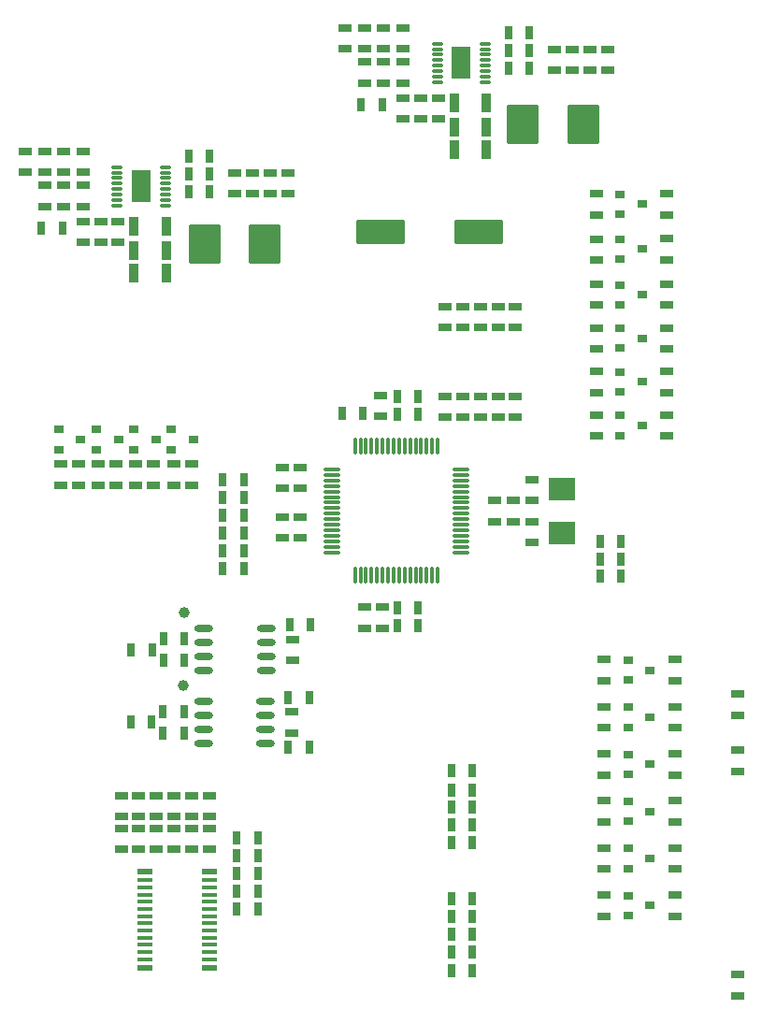
<source format=gbr>
%TF.GenerationSoftware,Altium Limited,Altium Designer,19.1.8 (144)*%
G04 Layer_Color=8421504*
%FSLAX45Y45*%
%MOMM*%
%TF.FileFunction,Paste,Top*%
%TF.Part,Single*%
G01*
G75*
%TA.AperFunction,SMDPad,CuDef*%
G04:AMPARAMS|DCode=10|XSize=4.4mm|YSize=2.2mm|CornerRadius=0.11mm|HoleSize=0mm|Usage=FLASHONLY|Rotation=0.000|XOffset=0mm|YOffset=0mm|HoleType=Round|Shape=RoundedRectangle|*
%AMROUNDEDRECTD10*
21,1,4.40000,1.98000,0,0,0.0*
21,1,4.18000,2.20000,0,0,0.0*
1,1,0.22000,2.09000,-0.99000*
1,1,0.22000,-2.09000,-0.99000*
1,1,0.22000,-2.09000,0.99000*
1,1,0.22000,2.09000,0.99000*
%
%ADD10ROUNDEDRECTD10*%
%ADD11R,1.30000X0.70000*%
%ADD12R,0.70000X1.30000*%
%ADD13O,1.14300X0.31750*%
G04:AMPARAMS|DCode=14|XSize=1.75mm|YSize=2.95mm|CornerRadius=0.0875mm|HoleSize=0mm|Usage=FLASHONLY|Rotation=0.000|XOffset=0mm|YOffset=0mm|HoleType=Round|Shape=RoundedRectangle|*
%AMROUNDEDRECTD14*
21,1,1.75000,2.77500,0,0,0.0*
21,1,1.57500,2.95000,0,0,0.0*
1,1,0.17500,0.78750,-1.38750*
1,1,0.17500,-0.78750,-1.38750*
1,1,0.17500,-0.78750,1.38750*
1,1,0.17500,0.78750,1.38750*
%
%ADD14ROUNDEDRECTD14*%
%ADD15R,0.90000X1.70000*%
G04:AMPARAMS|DCode=16|XSize=2.95mm|YSize=3.5mm|CornerRadius=0.1475mm|HoleSize=0mm|Usage=FLASHONLY|Rotation=180.000|XOffset=0mm|YOffset=0mm|HoleType=Round|Shape=RoundedRectangle|*
%AMROUNDEDRECTD16*
21,1,2.95000,3.20500,0,0,180.0*
21,1,2.65500,3.50000,0,0,180.0*
1,1,0.29500,-1.32750,1.60250*
1,1,0.29500,1.32750,1.60250*
1,1,0.29500,1.32750,-1.60250*
1,1,0.29500,-1.32750,-1.60250*
%
%ADD16ROUNDEDRECTD16*%
%ADD17C,1.00000*%
%ADD18R,0.90000X0.80000*%
%ADD19R,1.35000X0.60000*%
%ADD20R,1.35000X0.40000*%
%ADD21R,2.40000X2.00000*%
%ADD22O,1.65000X0.35000*%
%ADD23O,0.35000X1.65000*%
%ADD24O,1.70000X0.65000*%
D10*
X4537500Y7870000D02*
D03*
X3647500D02*
D03*
D11*
X6240000Y7397000D02*
D03*
Y7207000D02*
D03*
X5602500Y7397000D02*
D03*
Y7207000D02*
D03*
X955314Y7967433D02*
D03*
Y7777433D02*
D03*
X1115314Y7967433D02*
D03*
Y7777433D02*
D03*
X1272814D02*
D03*
Y7967433D02*
D03*
X955314Y8409934D02*
D03*
Y8599934D02*
D03*
X780314Y8409934D02*
D03*
Y8599934D02*
D03*
X610314Y8599934D02*
D03*
Y8409934D02*
D03*
X432814Y8599934D02*
D03*
Y8409934D02*
D03*
X610314Y8292434D02*
D03*
Y8102433D02*
D03*
X777814Y8102441D02*
D03*
Y8292441D02*
D03*
X955314Y8102441D02*
D03*
Y8292441D02*
D03*
X2810314Y8214933D02*
D03*
Y8404933D02*
D03*
X2650314Y8214933D02*
D03*
Y8404933D02*
D03*
X2490314D02*
D03*
Y8214933D02*
D03*
X2327814Y8404933D02*
D03*
Y8214933D02*
D03*
X5020000Y5247500D02*
D03*
Y5057500D02*
D03*
Y5437500D02*
D03*
Y5627500D02*
D03*
X4685000Y5437500D02*
D03*
Y5247500D02*
D03*
X4855000Y5437500D02*
D03*
Y5247500D02*
D03*
X6312500Y2292000D02*
D03*
Y2102000D02*
D03*
X5675001Y2292000D02*
D03*
Y2102000D02*
D03*
X1935000Y5577500D02*
D03*
Y5767500D02*
D03*
X1775000Y5577500D02*
D03*
Y5767500D02*
D03*
X1595000Y5577500D02*
D03*
Y5767500D02*
D03*
X1435000Y5577500D02*
D03*
Y5767500D02*
D03*
X1255279Y5577216D02*
D03*
Y5767216D02*
D03*
X1095279Y5577216D02*
D03*
Y5767216D02*
D03*
X915000Y5577500D02*
D03*
Y5767500D02*
D03*
X755000Y5577500D02*
D03*
Y5767500D02*
D03*
X5707500Y9332655D02*
D03*
Y9522655D02*
D03*
X5547500Y9332655D02*
D03*
Y9522655D02*
D03*
X5387500D02*
D03*
Y9332655D02*
D03*
X5225000Y9522655D02*
D03*
Y9332655D02*
D03*
X4170000Y8895155D02*
D03*
Y9085155D02*
D03*
X4012500D02*
D03*
Y8895155D02*
D03*
X3852500Y9085155D02*
D03*
Y8895155D02*
D03*
Y9527656D02*
D03*
Y9717656D02*
D03*
X3677500Y9527656D02*
D03*
Y9717656D02*
D03*
X3507500Y9717656D02*
D03*
Y9527656D02*
D03*
X3330000Y9717656D02*
D03*
Y9527656D02*
D03*
X3852500Y9220163D02*
D03*
Y9410163D02*
D03*
X3675000Y9220163D02*
D03*
Y9410163D02*
D03*
X3507500Y9410155D02*
D03*
Y9220155D02*
D03*
X1300001Y2472501D02*
D03*
Y2282500D02*
D03*
X6240000Y7002500D02*
D03*
Y6812499D02*
D03*
X5602500Y7002501D02*
D03*
Y6812500D02*
D03*
X6240000Y6212499D02*
D03*
Y6022499D02*
D03*
X5602500Y6212500D02*
D03*
Y6022500D02*
D03*
X6240000Y6608000D02*
D03*
Y6418000D02*
D03*
X5602500Y6608000D02*
D03*
Y6418000D02*
D03*
X6240000Y7809500D02*
D03*
Y7619500D02*
D03*
X5605000Y7804500D02*
D03*
Y7614500D02*
D03*
X6239999Y8216500D02*
D03*
Y8026500D02*
D03*
X5602500Y8216500D02*
D03*
Y8026500D02*
D03*
X1300001Y2765001D02*
D03*
Y2575000D02*
D03*
X1460001Y2282500D02*
D03*
Y2472501D02*
D03*
Y2765001D02*
D03*
Y2575000D02*
D03*
X1620001Y2282500D02*
D03*
Y2472501D02*
D03*
Y2765001D02*
D03*
Y2575000D02*
D03*
X1780001Y2282500D02*
D03*
Y2472501D02*
D03*
Y2765001D02*
D03*
Y2575000D02*
D03*
X1940001Y2282500D02*
D03*
Y2472501D02*
D03*
Y2765001D02*
D03*
Y2575000D02*
D03*
X2100000Y2282501D02*
D03*
Y2472501D02*
D03*
Y2765001D02*
D03*
Y2575001D02*
D03*
X3665000Y4282500D02*
D03*
Y4472501D02*
D03*
X3502500Y4472500D02*
D03*
Y4282500D02*
D03*
X3650000Y6200000D02*
D03*
Y6390000D02*
D03*
X2757500Y5100000D02*
D03*
Y5290000D02*
D03*
X2917500Y5100000D02*
D03*
Y5290000D02*
D03*
Y5740000D02*
D03*
Y5550000D02*
D03*
X2757500Y5740000D02*
D03*
Y5550000D02*
D03*
X6312500Y1865500D02*
D03*
Y1675500D02*
D03*
X5675001Y1865500D02*
D03*
Y1675500D02*
D03*
X6312500Y3571501D02*
D03*
Y3381500D02*
D03*
X5675000Y3571501D02*
D03*
Y3381500D02*
D03*
X6312500Y3998000D02*
D03*
Y3808000D02*
D03*
X5675000Y3998000D02*
D03*
Y3808000D02*
D03*
X6312500Y2718500D02*
D03*
Y2528500D02*
D03*
X5675000Y2718500D02*
D03*
Y2528500D02*
D03*
X6312500Y3145000D02*
D03*
Y2955000D02*
D03*
X5675000Y3145000D02*
D03*
Y2955000D02*
D03*
X4872500Y6190000D02*
D03*
Y6380000D02*
D03*
X4872179Y7005015D02*
D03*
Y7195015D02*
D03*
X4712500Y6190000D02*
D03*
Y6380000D02*
D03*
X4712180Y7005015D02*
D03*
Y7195015D02*
D03*
X4552500Y6190000D02*
D03*
Y6380000D02*
D03*
X4552180Y7005015D02*
D03*
Y7195015D02*
D03*
X4392500Y6190000D02*
D03*
Y6380000D02*
D03*
X4392180Y7005015D02*
D03*
Y7195015D02*
D03*
X4232500Y6190000D02*
D03*
Y6380000D02*
D03*
X4232180Y7005015D02*
D03*
Y7195015D02*
D03*
X6880000Y955000D02*
D03*
Y1145000D02*
D03*
Y3495000D02*
D03*
Y3685000D02*
D03*
Y2987000D02*
D03*
Y3177000D02*
D03*
X2842500Y3525000D02*
D03*
Y3335000D02*
D03*
X2857500Y4182501D02*
D03*
Y3992501D02*
D03*
D12*
X4997500Y9510155D02*
D03*
X4807500D02*
D03*
X4997500Y9670155D02*
D03*
X4807500D02*
D03*
X767814Y7902433D02*
D03*
X577814D02*
D03*
X2100314Y8392433D02*
D03*
X1910314D02*
D03*
X2100314Y8552433D02*
D03*
X1910314D02*
D03*
X5827500Y5067500D02*
D03*
X5637500D02*
D03*
X5827500Y4752500D02*
D03*
X5637500D02*
D03*
X5827500Y4910000D02*
D03*
X5637500D02*
D03*
X4482500Y2990000D02*
D03*
X4292500D02*
D03*
X4482500Y2820000D02*
D03*
X4292500D02*
D03*
X4482500Y2660000D02*
D03*
X4292500D02*
D03*
X4482500Y2500000D02*
D03*
X4292500D02*
D03*
X4482500Y2340000D02*
D03*
X4292500D02*
D03*
X4482500Y1832500D02*
D03*
X4292500D02*
D03*
X4482500Y1672500D02*
D03*
X4292500D02*
D03*
X4482500Y1512500D02*
D03*
X4292500D02*
D03*
X4482500Y1352500D02*
D03*
X4292500D02*
D03*
X4482500Y1182500D02*
D03*
X4292500D02*
D03*
X2410284Y4822779D02*
D03*
X2220284D02*
D03*
X2410284Y4982779D02*
D03*
X2220284D02*
D03*
X2410284Y5142779D02*
D03*
X2220284D02*
D03*
X2410284Y5302779D02*
D03*
X2220284D02*
D03*
X2410284Y5462779D02*
D03*
X2220284D02*
D03*
X2410284Y5622779D02*
D03*
X2220284D02*
D03*
X3665000Y9020155D02*
D03*
X3475000D02*
D03*
X1910314Y8232433D02*
D03*
X2100314D02*
D03*
X4997500Y9350155D02*
D03*
X4807500D02*
D03*
X1390000Y4090000D02*
D03*
X1580000D02*
D03*
X1682500Y4185000D02*
D03*
X1872500D02*
D03*
Y3992500D02*
D03*
X1682500D02*
D03*
X1387500Y3430000D02*
D03*
X1577500D02*
D03*
X1680000Y3527000D02*
D03*
X1870000D02*
D03*
Y3335000D02*
D03*
X1680000D02*
D03*
X2347500Y1737501D02*
D03*
X2537500D02*
D03*
X2537501Y2220001D02*
D03*
X2347501D02*
D03*
Y1900001D02*
D03*
X2537501D02*
D03*
Y2060001D02*
D03*
X2347501D02*
D03*
Y2380001D02*
D03*
X2537501D02*
D03*
X3987500Y4470000D02*
D03*
X3797499D02*
D03*
X3987500Y4310000D02*
D03*
X3797499D02*
D03*
X3797500Y6380000D02*
D03*
X3987500D02*
D03*
X3797500Y6220000D02*
D03*
X3987500D02*
D03*
X3302500Y6230000D02*
D03*
X3492500D02*
D03*
X2827500Y4311000D02*
D03*
X3017500D02*
D03*
X2812500Y3207000D02*
D03*
X3002500D02*
D03*
X2812500Y3653000D02*
D03*
X3002500D02*
D03*
D13*
X1699613Y8407441D02*
D03*
Y8357441D02*
D03*
Y8457441D02*
D03*
Y8257441D02*
D03*
Y8307441D02*
D03*
Y8207441D02*
D03*
Y8107441D02*
D03*
Y8157441D02*
D03*
X1265273Y8457441D02*
D03*
Y8407441D02*
D03*
Y8357441D02*
D03*
Y8257441D02*
D03*
Y8307441D02*
D03*
Y8107441D02*
D03*
Y8157441D02*
D03*
Y8207441D02*
D03*
X4596799Y9225163D02*
D03*
Y9275163D02*
D03*
Y9325163D02*
D03*
Y9375163D02*
D03*
Y9425163D02*
D03*
Y9475163D02*
D03*
Y9525163D02*
D03*
Y9575163D02*
D03*
X4162459Y9225163D02*
D03*
Y9275163D02*
D03*
Y9325163D02*
D03*
Y9375163D02*
D03*
Y9425163D02*
D03*
Y9475163D02*
D03*
Y9525163D02*
D03*
Y9575163D02*
D03*
D14*
X1482443Y8282441D02*
D03*
X4379629Y9400163D02*
D03*
D15*
X1707814Y7494933D02*
D03*
X1417814D02*
D03*
X1707814Y7917433D02*
D03*
X1417814D02*
D03*
X1707814Y7704933D02*
D03*
X1417814D02*
D03*
X4605000Y9035155D02*
D03*
X4315000D02*
D03*
X4605000Y8612655D02*
D03*
X4315000D02*
D03*
X4605000Y8822655D02*
D03*
X4315000D02*
D03*
D16*
X2602500Y7760000D02*
D03*
X2057500D02*
D03*
X5482500Y8847500D02*
D03*
X4937500D02*
D03*
D17*
X1860000Y3760000D02*
D03*
X1867500Y4425000D02*
D03*
D18*
X735000Y6084993D02*
D03*
Y5894994D02*
D03*
X935000Y5989993D02*
D03*
X1075280Y6084709D02*
D03*
Y5894709D02*
D03*
X1275280Y5989709D02*
D03*
X1415000Y6084993D02*
D03*
Y5894994D02*
D03*
X1615001Y5989993D02*
D03*
X1755000Y6084993D02*
D03*
Y5894994D02*
D03*
X1955000Y5989993D02*
D03*
X5817500Y6997500D02*
D03*
Y6817500D02*
D03*
X6017500Y6907500D02*
D03*
X5817500Y7391999D02*
D03*
Y7212000D02*
D03*
X6017501Y7301999D02*
D03*
X5817500Y6207500D02*
D03*
Y6027500D02*
D03*
X6017501Y6117500D02*
D03*
X5817500Y6603000D02*
D03*
Y6423000D02*
D03*
X6017501Y6513000D02*
D03*
X5817500Y7804500D02*
D03*
Y7624500D02*
D03*
X6017501Y7714500D02*
D03*
X5817500Y8211500D02*
D03*
Y8031500D02*
D03*
X6017500Y8121500D02*
D03*
X5890001Y1860500D02*
D03*
Y1680500D02*
D03*
X6090001Y1770500D02*
D03*
X5890001Y2287000D02*
D03*
Y2107000D02*
D03*
X6090001Y2197000D02*
D03*
X5890000Y3566501D02*
D03*
Y3386501D02*
D03*
X6090001Y3476501D02*
D03*
X5890000Y3993000D02*
D03*
Y3813000D02*
D03*
X6090001Y3903000D02*
D03*
X5890000Y2713500D02*
D03*
Y2533500D02*
D03*
X6090001Y2623500D02*
D03*
X5890000Y3140000D02*
D03*
Y2960000D02*
D03*
X6090001Y3050000D02*
D03*
D19*
X2097501Y2075001D02*
D03*
Y1210000D02*
D03*
X1512500D02*
D03*
Y2075001D02*
D03*
D20*
X2097501Y1675000D02*
D03*
Y1610000D02*
D03*
Y1545000D02*
D03*
Y1480000D02*
D03*
Y1284999D02*
D03*
Y1350000D02*
D03*
Y1415000D02*
D03*
X1512500D02*
D03*
Y1350000D02*
D03*
Y1284999D02*
D03*
Y1480000D02*
D03*
Y1545000D02*
D03*
Y1610000D02*
D03*
Y1675000D02*
D03*
Y1870001D02*
D03*
Y1935001D02*
D03*
Y2000001D02*
D03*
Y1805000D02*
D03*
Y1740000D02*
D03*
X2097501D02*
D03*
Y1805000D02*
D03*
Y2000001D02*
D03*
Y1935001D02*
D03*
Y1870001D02*
D03*
D21*
X5292500Y5542500D02*
D03*
Y5142500D02*
D03*
D22*
X3210000Y5720000D02*
D03*
Y5670000D02*
D03*
Y5620000D02*
D03*
Y5570000D02*
D03*
Y5520000D02*
D03*
Y5470000D02*
D03*
Y5420000D02*
D03*
Y5370000D02*
D03*
Y5320000D02*
D03*
Y5270000D02*
D03*
Y5220000D02*
D03*
Y5170000D02*
D03*
Y5120000D02*
D03*
Y5070000D02*
D03*
Y5020000D02*
D03*
Y4970000D02*
D03*
X4375000D02*
D03*
Y5020000D02*
D03*
Y5070000D02*
D03*
Y5120000D02*
D03*
Y5170000D02*
D03*
Y5220000D02*
D03*
Y5270000D02*
D03*
Y5320000D02*
D03*
Y5370000D02*
D03*
Y5420000D02*
D03*
Y5470000D02*
D03*
Y5520000D02*
D03*
Y5570000D02*
D03*
Y5620000D02*
D03*
Y5670000D02*
D03*
Y5720000D02*
D03*
D23*
X3417500Y4762500D02*
D03*
X3467500D02*
D03*
X3517500D02*
D03*
X3567500D02*
D03*
X3617500D02*
D03*
X3667500D02*
D03*
X3717500D02*
D03*
X3767500D02*
D03*
X3817500D02*
D03*
X3867500D02*
D03*
X3917500D02*
D03*
X3967500D02*
D03*
X4017500D02*
D03*
X4067500D02*
D03*
X4117500D02*
D03*
X4167500D02*
D03*
Y5927500D02*
D03*
X4117500D02*
D03*
X4067500D02*
D03*
X4017500D02*
D03*
X3967500D02*
D03*
X3917500D02*
D03*
X3867500D02*
D03*
X3817500D02*
D03*
X3767500D02*
D03*
X3717500D02*
D03*
X3667500D02*
D03*
X3617500D02*
D03*
X3567500D02*
D03*
X3517500D02*
D03*
X3467500D02*
D03*
X3417500D02*
D03*
D24*
X2612500Y3897500D02*
D03*
Y4024500D02*
D03*
Y4151500D02*
D03*
Y4278500D02*
D03*
X2052500Y3897500D02*
D03*
Y4024500D02*
D03*
Y4151500D02*
D03*
Y4278500D02*
D03*
X2610000Y3239500D02*
D03*
Y3366500D02*
D03*
Y3493500D02*
D03*
Y3620500D02*
D03*
X2050000Y3239500D02*
D03*
Y3366500D02*
D03*
Y3493500D02*
D03*
Y3620500D02*
D03*
%TF.MD5,e2dfc8fbc722d320a341f3c329fde152*%
M02*

</source>
